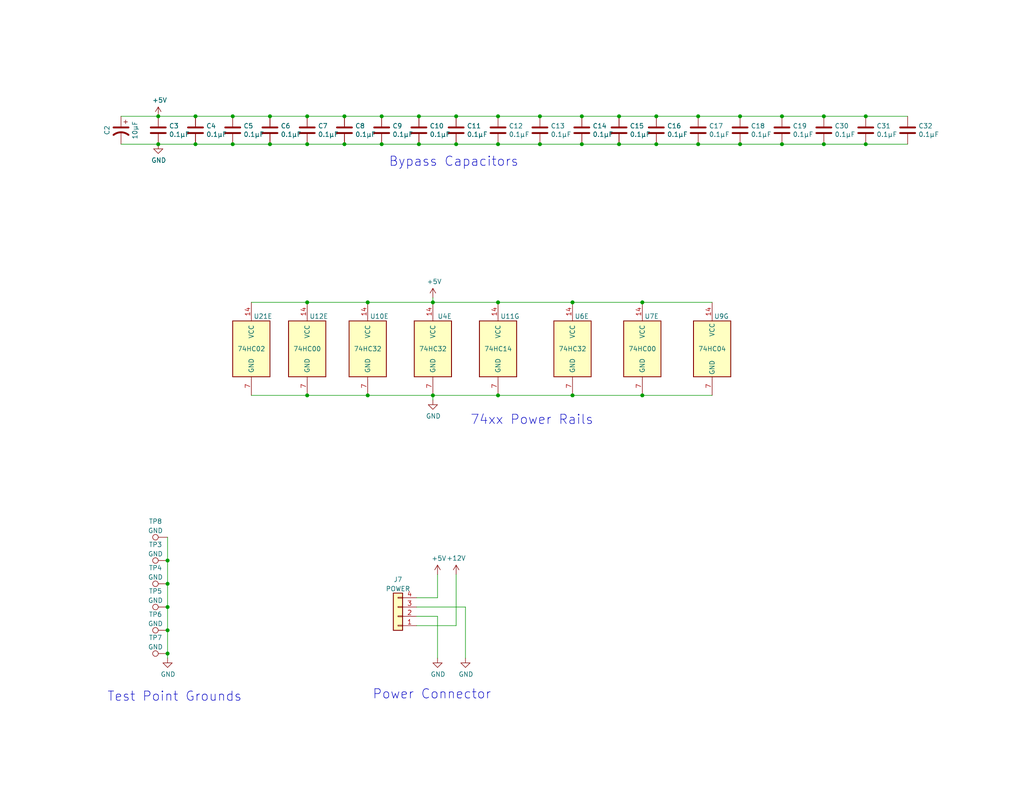
<source format=kicad_sch>
(kicad_sch (version 20230121) (generator eeschema)
  (paper "A")
  (title_block (date "2023-06-06") (rev "C"))
  (lib_symbols
    (symbol "74xx:74HC02" (pin_names (offset 1.016))
      (property "Reference" "U" (at 0 1.27 0))
      (property "Value" "74HC02" (at 0 -1.27 0))
      (symbol "74HC02_1_1"
        (arc (start -3.81 -3.81) (mid -2.589 0) (end -3.81 3.81) (stroke (width 0.254)))
        (arc (start -0.6096 -3.81) (mid 2.1842 -2.5851) (end 3.81 0) (stroke (width 0.254)) (fill (type background)))
        (polyline (pts (xy -3.81 -3.81) (xy -0.635 -3.81)) (stroke (width 0.254)) (fill (type background)))
        (polyline (pts (xy -3.81 3.81) (xy -0.635 3.81)) (stroke (width 0.254)) (fill (type background)))
        (polyline (pts (xy -0.635 3.81) (xy -3.81 3.81) (xy -3.81 3.81) (xy -3.556 3.4036) (xy -3.0226 2.2606) (xy -2.6924 1.0414) (xy -2.6162 -0.254) (xy -2.7686 -1.4986) (xy -3.175 -2.7178) (xy -3.81 -3.81) (xy -3.81 -3.81) (xy -0.635 -3.81)) (stroke (width -25.4)) (fill (type background)))
        (arc (start 3.81 0) (mid 2.1915 2.5936) (end -0.6096 3.81) (stroke (width 0.254)) (fill (type background)))
        (pin output inverted (at 7.62 0 180) (length 3.81) (name "~") (number "1"))
        (pin input line (at -7.62 2.54 0) (length 4.318) (name "~") (number "2"))
        (pin input line (at -7.62 -2.54 0) (length 4.318) (name "~") (number "3"))
      )
      (symbol "74HC02_1_2"
        (arc (start 0 -3.81) (mid 3.7934 0) (end 0 3.81) (stroke (width 0.254)) (fill (type background)))
        (polyline (pts (xy 0 3.81) (xy -3.81 3.81) (xy -3.81 -3.81) (xy 0 -3.81)) (stroke (width 0.254)) (fill (type background)))
        (pin output line (at 7.62 0 180) (length 3.81) (name "~") (number "1"))
        (pin input inverted (at -7.62 2.54 0) (length 3.81) (name "~") (number "2"))
        (pin input inverted (at -7.62 -2.54 0) (length 3.81) (name "~") (number "3"))
      )
      (symbol "74HC02_2_1"
        (arc (start -3.81 -3.81) (mid -2.589 0) (end -3.81 3.81) (stroke (width 0.254)))
        (arc (start -0.6096 -3.81) (mid 2.1842 -2.5851) (end 3.81 0) (stroke (width 0.254)) (fill (type background)))
        (polyline (pts (xy -3.81 -3.81) (xy -0.635 -3.81)) (stroke (width 0.254)) (fill (type background)))
        (polyline (pts (xy -3.81 3.81) (xy -0.635 3.81)) (stroke (width 0.254)) (fill (type background)))
        (polyline (pts (xy -0.635 3.81) (xy -3.81 3.81) (xy -3.81 3.81) (xy -3.556 3.4036) (xy -3.0226 2.2606) (xy -2.6924 1.0414) (xy -2.6162 -0.254) (xy -2.7686 -1.4986) (xy -3.175 -2.7178) (xy -3.81 -3.81) (xy -3.81 -3.81) (xy -0.635 -3.81)) (stroke (width -25.4)) (fill (type background)))
        (arc (start 3.81 0) (mid 2.1915 2.5936) (end -0.6096 3.81) (stroke (width 0.254)) (fill (type background)))
        (pin output inverted (at 7.62 0 180) (length 3.81) (name "~") (number "4"))
        (pin input line (at -7.62 2.54 0) (length 4.318) (name "~") (number "5"))
        (pin input line (at -7.62 -2.54 0) (length 4.318) (name "~") (number "6"))
      )
      (symbol "74HC02_2_2"
        (arc (start 0 -3.81) (mid 3.7934 0) (end 0 3.81) (stroke (width 0.254)) (fill (type background)))
        (polyline (pts (xy 0 3.81) (xy -3.81 3.81) (xy -3.81 -3.81) (xy 0 -3.81)) (stroke (width 0.254)) (fill (type background)))
        (pin output line (at 7.62 0 180) (length 3.81) (name "~") (number "4"))
        (pin input inverted (at -7.62 2.54 0) (length 3.81) (name "~") (number "5"))
        (pin input inverted (at -7.62 -2.54 0) (length 3.81) (name "~") (number "6"))
      )
      (symbol "74HC02_3_1"
        (arc (start -3.81 -3.81) (mid -2.589 0) (end -3.81 3.81) (stroke (width 0.254)))
        (arc (start -0.6096 -3.81) (mid 2.1842 -2.5851) (end 3.81 0) (stroke (width 0.254)) (fill (type background)))
        (polyline (pts (xy -3.81 -3.81) (xy -0.635 -3.81)) (stroke (width 0.254)) (fill (type background)))
        (polyline (pts (xy -3.81 3.81) (xy -0.635 3.81)) (stroke (width 0.254)) (fill (type background)))
        (polyline (pts (xy -0.635 3.81) (xy -3.81 3.81) (xy -3.81 3.81) (xy -3.556 3.4036) (xy -3.0226 2.2606) (xy -2.6924 1.0414) (xy -2.6162 -0.254) (xy -2.7686 -1.4986) (xy -3.175 -2.7178) (xy -3.81 -3.81) (xy -3.81 -3.81) (xy -0.635 -3.81)) (stroke (width -25.4)) (fill (type background)))
        (arc (start 3.81 0) (mid 2.1915 2.5936) (end -0.6096 3.81) (stroke (width 0.254)) (fill (type background)))
        (pin output inverted (at 7.62 0 180) (length 3.81) (name "~") (number "10"))
        (pin input line (at -7.62 2.54 0) (length 4.318) (name "~") (number "8"))
        (pin input line (at -7.62 -2.54 0) (length 4.318) (name "~") (number "9"))
      )
      (symbol "74HC02_3_2"
        (arc (start 0 -3.81) (mid 3.7934 0) (end 0 3.81) (stroke (width 0.254)) (fill (type background)))
        (polyline (pts (xy 0 3.81) (xy -3.81 3.81) (xy -3.81 -3.81) (xy 0 -3.81)) (stroke (width 0.254)) (fill (type background)))
        (pin output line (at 7.62 0 180) (length 3.81) (name "~") (number "10"))
        (pin input inverted (at -7.62 2.54 0) (length 3.81) (name "~") (number "8"))
        (pin input inverted (at -7.62 -2.54 0) (length 3.81) (name "~") (number "9"))
      )
      (symbol "74HC02_4_1"
        (arc (start -3.81 -3.81) (mid -2.589 0) (end -3.81 3.81) (stroke (width 0.254)))
        (arc (start -0.6096 -3.81) (mid 2.1842 -2.5851) (end 3.81 0) (stroke (width 0.254)) (fill (type background)))
        (polyline (pts (xy -3.81 -3.81) (xy -0.635 -3.81)) (stroke (width 0.254)) (fill (type background)))
        (polyline (pts (xy -3.81 3.81) (xy -0.635 3.81)) (stroke (width 0.254)) (fill (type background)))
        (polyline (pts (xy -0.635 3.81) (xy -3.81 3.81) (xy -3.81 3.81) (xy -3.556 3.4036) (xy -3.0226 2.2606) (xy -2.6924 1.0414) (xy -2.6162 -0.254) (xy -2.7686 -1.4986) (xy -3.175 -2.7178) (xy -3.81 -3.81) (xy -3.81 -3.81) (xy -0.635 -3.81)) (stroke (width -25.4)) (fill (type background)))
        (arc (start 3.81 0) (mid 2.1915 2.5936) (end -0.6096 3.81) (stroke (width 0.254)) (fill (type background)))
        (pin input line (at -7.62 2.54 0) (length 4.318) (name "~") (number "11"))
        (pin input line (at -7.62 -2.54 0) (length 4.318) (name "~") (number "12"))
        (pin output inverted (at 7.62 0 180) (length 3.81) (name "~") (number "13"))
      )
      (symbol "74HC02_4_2"
        (arc (start 0 -3.81) (mid 3.7934 0) (end 0 3.81) (stroke (width 0.254)) (fill (type background)))
        (polyline (pts (xy 0 3.81) (xy -3.81 3.81) (xy -3.81 -3.81) (xy 0 -3.81)) (stroke (width 0.254)) (fill (type background)))
        (pin input inverted (at -7.62 2.54 0) (length 3.81) (name "~") (number "11"))
        (pin input inverted (at -7.62 -2.54 0) (length 3.81) (name "~") (number "12"))
        (pin output line (at 7.62 0 180) (length 3.81) (name "~") (number "13"))
      )
      (symbol "74HC02_5_0"
        (pin power_in line (at 0 12.7 270) (length 5.08) (name "VCC") (number "14"))
        (pin power_in line (at 0 -12.7 90) (length 5.08) (name "GND") (number "7"))
      )
      (symbol "74HC02_5_1"
        (rectangle (start -5.08 7.62) (end 5.08 -7.62) (stroke (width 0.254)) (fill (type background)))
      )
    )
    (symbol "74xx:74HC04"
      (property "Reference" "U" (at 0 1.27 0))
      (property "Value" "74HC04" (at 0 -1.27 0))
      (symbol "74HC04_1_0"
        (polyline (pts (xy -3.81 3.81) (xy -3.81 -3.81) (xy 3.81 0) (xy -3.81 3.81)) (stroke (width 0.254)) (fill (type background)))
        (pin input line (at -7.62 0 0) (length 3.81) (name "~") (number "1"))
        (pin output inverted (at 7.62 0 180) (length 3.81) (name "~") (number "2"))
      )
      (symbol "74HC04_2_0"
        (polyline (pts (xy -3.81 3.81) (xy -3.81 -3.81) (xy 3.81 0) (xy -3.81 3.81)) (stroke (width 0.254)) (fill (type background)))
        (pin input line (at -7.62 0 0) (length 3.81) (name "~") (number "3"))
        (pin output inverted (at 7.62 0 180) (length 3.81) (name "~") (number "4"))
      )
      (symbol "74HC04_3_0"
        (polyline (pts (xy -3.81 3.81) (xy -3.81 -3.81) (xy 3.81 0) (xy -3.81 3.81)) (stroke (width 0.254)) (fill (type background)))
        (pin input line (at -7.62 0 0) (length 3.81) (name "~") (number "5"))
        (pin output inverted (at 7.62 0 180) (length 3.81) (name "~") (number "6"))
      )
      (symbol "74HC04_4_0"
        (polyline (pts (xy -3.81 3.81) (xy -3.81 -3.81) (xy 3.81 0) (xy -3.81 3.81)) (stroke (width 0.254)) (fill (type background)))
        (pin output inverted (at 7.62 0 180) (length 3.81) (name "~") (number "8"))
        (pin input line (at -7.62 0 0) (length 3.81) (name "~") (number "9"))
      )
      (symbol "74HC04_5_0"
        (polyline (pts (xy -3.81 3.81) (xy -3.81 -3.81) (xy 3.81 0) (xy -3.81 3.81)) (stroke (width 0.254)) (fill (type background)))
        (pin output inverted (at 7.62 0 180) (length 3.81) (name "~") (number "10"))
        (pin input line (at -7.62 0 0) (length 3.81) (name "~") (number "11"))
      )
      (symbol "74HC04_6_0"
        (polyline (pts (xy -3.81 3.81) (xy -3.81 -3.81) (xy 3.81 0) (xy -3.81 3.81)) (stroke (width 0.254)) (fill (type background)))
        (pin output inverted (at 7.62 0 180) (length 3.81) (name "~") (number "12"))
        (pin input line (at -7.62 0 0) (length 3.81) (name "~") (number "13"))
      )
      (symbol "74HC04_7_0"
        (pin power_in line (at 0 12.7 270) (length 5.08) (name "VCC") (number "14"))
        (pin power_in line (at 0 -12.7 90) (length 5.08) (name "GND") (number "7"))
      )
      (symbol "74HC04_7_1"
        (rectangle (start -5.08 7.62) (end 5.08 -7.62) (stroke (width 0.254)) (fill (type background)))
      )
    )
    (symbol "74xx:74LS00" (pin_names (offset 1.016))
      (property "Reference" "U" (at 0 1.27 0))
      (property "Value" "74LS00" (at 0 -1.27 0))
      (symbol "74LS00_1_1"
        (arc (start 0 -3.81) (mid 3.7934 0) (end 0 3.81) (stroke (width 0.254)) (fill (type background)))
        (polyline (pts (xy 0 3.81) (xy -3.81 3.81) (xy -3.81 -3.81) (xy 0 -3.81)) (stroke (width 0.254)) (fill (type background)))
        (pin input line (at -7.62 2.54 0) (length 3.81) (name "~") (number "1"))
        (pin input line (at -7.62 -2.54 0) (length 3.81) (name "~") (number "2"))
        (pin output inverted (at 7.62 0 180) (length 3.81) (name "~") (number "3"))
      )
      (symbol "74LS00_1_2"
        (arc (start -3.81 -3.81) (mid -2.589 0) (end -3.81 3.81) (stroke (width 0.254)))
        (arc (start -0.6096 -3.81) (mid 2.1842 -2.5851) (end 3.81 0) (stroke (width 0.254)) (fill (type background)))
        (polyline (pts (xy -3.81 -3.81) (xy -0.635 -3.81)) (stroke (width 0.254)) (fill (type background)))
        (polyline (pts (xy -3.81 3.81) (xy -0.635 3.81)) (stroke (width 0.254)) (fill (type background)))
        (polyline (pts (xy -0.635 3.81) (xy -3.81 3.81) (xy -3.81 3.81) (xy -3.556 3.4036) (xy -3.0226 2.2606) (xy -2.6924 1.0414) (xy -2.6162 -0.254) (xy -2.7686 -1.4986) (xy -3.175 -2.7178) (xy -3.81 -3.81) (xy -3.81 -3.81) (xy -0.635 -3.81)) (stroke (width -25.4)) (fill (type background)))
        (arc (start 3.81 0) (mid 2.1915 2.5936) (end -0.6096 3.81) (stroke (width 0.254)) (fill (type background)))
        (pin input inverted (at -7.62 2.54 0) (length 4.318) (name "~") (number "1"))
        (pin input inverted (at -7.62 -2.54 0) (length 4.318) (name "~") (number "2"))
        (pin output line (at 7.62 0 180) (length 3.81) (name "~") (number "3"))
      )
      (symbol "74LS00_2_1"
        (arc (start 0 -3.81) (mid 3.7934 0) (end 0 3.81) (stroke (width 0.254)) (fill (type background)))
        (polyline (pts (xy 0 3.81) (xy -3.81 3.81) (xy -3.81 -3.81) (xy 0 -3.81)) (stroke (width 0.254)) (fill (type background)))
        (pin input line (at -7.62 2.54 0) (length 3.81) (name "~") (number "4"))
        (pin input line (at -7.62 -2.54 0) (length 3.81) (name "~") (number "5"))
        (pin output inverted (at 7.62 0 180) (length 3.81) (name "~") (number "6"))
      )
      (symbol "74LS00_2_2"
        (arc (start -3.81 -3.81) (mid -2.589 0) (end -3.81 3.81) (stroke (width 0.254)))
        (arc (start -0.6096 -3.81) (mid 2.1842 -2.5851) (end 3.81 0) (stroke (width 0.254)) (fill (type background)))
        (polyline (pts (xy -3.81 -3.81) (xy -0.635 -3.81)) (stroke (width 0.254)) (fill (type background)))
        (polyline (pts (xy -3.81 3.81) (xy -0.635 3.81)) (stroke (width 0.254)) (fill (type background)))
        (polyline (pts (xy -0.635 3.81) (xy -3.81 3.81) (xy -3.81 3.81) (xy -3.556 3.4036) (xy -3.0226 2.2606) (xy -2.6924 1.0414) (xy -2.6162 -0.254) (xy -2.7686 -1.4986) (xy -3.175 -2.7178) (xy -3.81 -3.81) (xy -3.81 -3.81) (xy -0.635 -3.81)) (stroke (width -25.4)) (fill (type background)))
        (arc (start 3.81 0) (mid 2.1915 2.5936) (end -0.6096 3.81) (stroke (width 0.254)) (fill (type background)))
        (pin input inverted (at -7.62 2.54 0) (length 4.318) (name "~") (number "4"))
        (pin input inverted (at -7.62 -2.54 0) (length 4.318) (name "~") (number "5"))
        (pin output line (at 7.62 0 180) (length 3.81) (name "~") (number "6"))
      )
      (symbol "74LS00_3_1"
        (arc (start 0 -3.81) (mid 3.7934 0) (end 0 3.81) (stroke (width 0.254)) (fill (type background)))
        (polyline (pts (xy 0 3.81) (xy -3.81 3.81) (xy -3.81 -3.81) (xy 0 -3.81)) (stroke (width 0.254)) (fill (type background)))
        (pin input line (at -7.62 -2.54 0) (length 3.81) (name "~") (number "10"))
        (pin output inverted (at 7.62 0 180) (length 3.81) (name "~") (number "8"))
        (pin input line (at -7.62 2.54 0) (length 3.81) (name "~") (number "9"))
      )
      (symbol "74LS00_3_2"
        (arc (start -3.81 -3.81) (mid -2.589 0) (end -3.81 3.81) (stroke (width 0.254)))
        (arc (start -0.6096 -3.81) (mid 2.1842 -2.5851) (end 3.81 0) (stroke (width 0.254)) (fill (type background)))
        (polyline (pts (xy -3.81 -3.81) (xy -0.635 -3.81)) (stroke (width 0.254)) (fill (type background)))
        (polyline (pts (xy -3.81 3.81) (xy -0.635 3.81)) (stroke (width 0.254)) (fill (type background)))
        (polyline (pts (xy -0.635 3.81) (xy -3.81 3.81) (xy -3.81 3.81) (xy -3.556 3.4036) (xy -3.0226 2.2606) (xy -2.6924 1.0414) (xy -2.6162 -0.254) (xy -2.7686 -1.4986) (xy -3.175 -2.7178) (xy -3.81 -3.81) (xy -3.81 -3.81) (xy -0.635 -3.81)) (stroke (width -25.4)) (fill (type background)))
        (arc (start 3.81 0) (mid 2.1915 2.5936) (end -0.6096 3.81) (stroke (width 0.254)) (fill (type background)))
        (pin input inverted (at -7.62 -2.54 0) (length 4.318) (name "~") (number "10"))
        (pin output line (at 7.62 0 180) (length 3.81) (name "~") (number "8"))
        (pin input inverted (at -7.62 2.54 0) (length 4.318) (name "~") (number "9"))
      )
      (symbol "74LS00_4_1"
        (arc (start 0 -3.81) (mid 3.7934 0) (end 0 3.81) (stroke (width 0.254)) (fill (type background)))
        (polyline (pts (xy 0 3.81) (xy -3.81 3.81) (xy -3.81 -3.81) (xy 0 -3.81)) (stroke (width 0.254)) (fill (type background)))
        (pin output inverted (at 7.62 0 180) (length 3.81) (name "~") (number "11"))
        (pin input line (at -7.62 2.54 0) (length 3.81) (name "~") (number "12"))
        (pin input line (at -7.62 -2.54 0) (length 3.81) (name "~") (number "13"))
      )
      (symbol "74LS00_4_2"
        (arc (start -3.81 -3.81) (mid -2.589 0) (end -3.81 3.81) (stroke (width 0.254)))
        (arc (start -0.6096 -3.81) (mid 2.1842 -2.5851) (end 3.81 0) (stroke (width 0.254)) (fill (type background)))
        (polyline (pts (xy -3.81 -3.81) (xy -0.635 -3.81)) (stroke (width 0.254)) (fill (type background)))
        (polyline (pts (xy -3.81 3.81) (xy -0.635 3.81)) (stroke (width 0.254)) (fill (type background)))
        (polyline (pts (xy -0.635 3.81) (xy -3.81 3.81) (xy -3.81 3.81) (xy -3.556 3.4036) (xy -3.0226 2.2606) (xy -2.6924 1.0414) (xy -2.6162 -0.254) (xy -2.7686 -1.4986) (xy -3.175 -2.7178) (xy -3.81 -3.81) (xy -3.81 -3.81) (xy -0.635 -3.81)) (stroke (width -25.4)) (fill (type background)))
        (arc (start 3.81 0) (mid 2.1915 2.5936) (end -0.6096 3.81) (stroke (width 0.254)) (fill (type background)))
        (pin output line (at 7.62 0 180) (length 3.81) (name "~") (number "11"))
        (pin input inverted (at -7.62 2.54 0) (length 4.318) (name "~") (number "12"))
        (pin input inverted (at -7.62 -2.54 0) (length 4.318) (name "~") (number "13"))
      )
      (symbol "74LS00_5_0"
        (pin power_in line (at 0 12.7 270) (length 5.08) (name "VCC") (number "14"))
        (pin power_in line (at 0 -12.7 90) (length 5.08) (name "GND") (number "7"))
      )
      (symbol "74LS00_5_1"
        (rectangle (start -5.08 7.62) (end 5.08 -7.62) (stroke (width 0.254)) (fill (type background)))
      )
    )
    (symbol "74xx:74LS14" (pin_names (offset 1.016))
      (property "Reference" "U" (at 0 1.27 0))
      (property "Value" "74LS14" (at 0 -1.27 0))
      (symbol "74LS14_1_0"
        (polyline (pts (xy -3.81 3.81) (xy -3.81 -3.81) (xy 3.81 0) (xy -3.81 3.81)) (stroke (width 0.254)) (fill (type background)))
        (pin input line (at -7.62 0 0) (length 3.81) (name "~") (number "1"))
        (pin output inverted (at 7.62 0 180) (length 3.81) (name "~") (number "2"))
      )
      (symbol "74LS14_1_1"
        (polyline (pts (xy -1.905 -1.27) (xy -1.905 1.27) (xy -0.635 1.27)))
        (polyline (pts (xy -2.54 -1.27) (xy -0.635 -1.27) (xy -0.635 1.27) (xy 0 1.27)))
      )
      (symbol "74LS14_2_0"
        (polyline (pts (xy -3.81 3.81) (xy -3.81 -3.81) (xy 3.81 0) (xy -3.81 3.81)) (stroke (width 0.254)) (fill (type background)))
        (pin input line (at -7.62 0 0) (length 3.81) (name "~") (number "3"))
        (pin output inverted (at 7.62 0 180) (length 3.81) (name "~") (number "4"))
      )
      (symbol "74LS14_2_1"
        (polyline (pts (xy -1.905 -1.27) (xy -1.905 1.27) (xy -0.635 1.27)))
        (polyline (pts (xy -2.54 -1.27) (xy -0.635 -1.27) (xy -0.635 1.27) (xy 0 1.27)))
      )
      (symbol "74LS14_3_0"
        (polyline (pts (xy -3.81 3.81) (xy -3.81 -3.81) (xy 3.81 0) (xy -3.81 3.81)) (stroke (width 0.254)) (fill (type background)))
        (pin input line (at -7.62 0 0) (length 3.81) (name "~") (number "5"))
        (pin output inverted (at 7.62 0 180) (length 3.81) (name "~") (number "6"))
      )
      (symbol "74LS14_3_1"
        (polyline (pts (xy -1.905 -1.27) (xy -1.905 1.27) (xy -0.635 1.27)))
        (polyline (pts (xy -2.54 -1.27) (xy -0.635 -1.27) (xy -0.635 1.27) (xy 0 1.27)))
      )
      (symbol "74LS14_4_0"
        (polyline (pts (xy -3.81 3.81) (xy -3.81 -3.81) (xy 3.81 0) (xy -3.81 3.81)) (stroke (width 0.254)) (fill (type background)))
        (pin output inverted (at 7.62 0 180) (length 3.81) (name "~") (number "8"))
        (pin input line (at -7.62 0 0) (length 3.81) (name "~") (number "9"))
      )
      (symbol "74LS14_4_1"
        (polyline (pts (xy -1.905 -1.27) (xy -1.905 1.27) (xy -0.635 1.27)))
        (polyline (pts (xy -2.54 -1.27) (xy -0.635 -1.27) (xy -0.635 1.27) (xy 0 1.27)))
      )
      (symbol "74LS14_5_0"
        (polyline (pts (xy -3.81 3.81) (xy -3.81 -3.81) (xy 3.81 0) (xy -3.81 3.81)) (stroke (width 0.254)) (fill (type background)))
        (pin output inverted (at 7.62 0 180) (length 3.81) (name "~") (number "10"))
        (pin input line (at -7.62 0 0) (length 3.81) (name "~") (number "11"))
      )
      (symbol "74LS14_5_1"
        (polyline (pts (xy -1.905 -1.27) (xy -1.905 1.27) (xy -0.635 1.27)))
        (polyline (pts (xy -2.54 -1.27) (xy -0.635 -1.27) (xy -0.635 1.27) (xy 0 1.27)))
      )
      (symbol "74LS14_6_0"
        (polyline (pts (xy -3.81 3.81) (xy -3.81 -3.81) (xy 3.81 0) (xy -3.81 3.81)) (stroke (width 0.254)) (fill (type background)))
        (pin output inverted (at 7.62 0 180) (length 3.81) (name "~") (number "12"))
        (pin input line (at -7.62 0 0) (length 3.81) (name "~") (number "13"))
      )
      (symbol "74LS14_6_1"
        (polyline (pts (xy -1.905 -1.27) (xy -1.905 1.27) (xy -0.635 1.27)))
        (polyline (pts (xy -2.54 -1.27) (xy -0.635 -1.27) (xy -0.635 1.27) (xy 0 1.27)))
      )
      (symbol "74LS14_7_0"
        (pin power_in line (at 0 12.7 270) (length 5.08) (name "VCC") (number "14"))
        (pin power_in line (at 0 -12.7 90) (length 5.08) (name "GND") (number "7"))
      )
      (symbol "74LS14_7_1"
        (rectangle (start -5.08 7.62) (end 5.08 -7.62) (stroke (width 0.254)) (fill (type background)))
      )
    )
    (symbol "74xx:74LS32" (pin_names (offset 1.016))
      (property "Reference" "U" (at 0 1.27 0))
      (property "Value" "74LS32" (at 0 -1.27 0))
      (symbol "74LS32_1_1"
        (arc (start -3.81 -3.81) (mid -2.589 0) (end -3.81 3.81) (stroke (width 0.254)))
        (arc (start -0.6096 -3.81) (mid 2.1842 -2.5851) (end 3.81 0) (stroke (width 0.254)) (fill (type background)))
        (polyline (pts (xy -3.81 -3.81) (xy -0.635 -3.81)) (stroke (width 0.254)) (fill (type background)))
        (polyline (pts (xy -3.81 3.81) (xy -0.635 3.81)) (stroke (width 0.254)) (fill (type background)))
        (polyline (pts (xy -0.635 3.81) (xy -3.81 3.81) (xy -3.81 3.81) (xy -3.556 3.4036) (xy -3.0226 2.2606) (xy -2.6924 1.0414) (xy -2.6162 -0.254) (xy -2.7686 -1.4986) (xy -3.175 -2.7178) (xy -3.81 -3.81) (xy -3.81 -3.81) (xy -0.635 -3.81)) (stroke (width -25.4)) (fill (type background)))
        (arc (start 3.81 0) (mid 2.1915 2.5936) (end -0.6096 3.81) (stroke (width 0.254)) (fill (type background)))
        (pin input line (at -7.62 2.54 0) (length 4.318) (name "~") (number "1"))
        (pin input line (at -7.62 -2.54 0) (length 4.318) (name "~") (number "2"))
        (pin output line (at 7.62 0 180) (length 3.81) (name "~") (number "3"))
      )
      (symbol "74LS32_1_2"
        (arc (start 0 -3.81) (mid 3.7934 0) (end 0 3.81) (stroke (width 0.254)) (fill (type background)))
        (polyline (pts (xy 0 3.81) (xy -3.81 3.81) (xy -3.81 -3.81) (xy 0 -3.81)) (stroke (width 0.254)) (fill (type background)))
        (pin input inverted (at -7.62 2.54 0) (length 3.81) (name "~") (number "1"))
        (pin input inverted (at -7.62 -2.54 0) (length 3.81) (name "~") (number "2"))
        (pin output inverted (at 7.62 0 180) (length 3.81) (name "~") (number "3"))
      )
      (symbol "74LS32_2_1"
        (arc (start -3.81 -3.81) (mid -2.589 0) (end -3.81 3.81) (stroke (width 0.254)))
        (arc (start -0.6096 -3.81) (mid 2.1842 -2.5851) (end 3.81 0) (stroke (width 0.254)) (fill (type background)))
        (polyline (pts (xy -3.81 -3.81) (xy -0.635 -3.81)) (stroke (width 0.254)) (fill (type background)))
        (polyline (pts (xy -3.81 3.81) (xy -0.635 3.81)) (stroke (width 0.254)) (fill (type background)))
        (polyline (pts (xy -0.635 3.81) (xy -3.81 3.81) (xy -3.81 3.81) (xy -3.556 3.4036) (xy -3.0226 2.2606) (xy -2.6924 1.0414) (xy -2.6162 -0.254) (xy -2.7686 -1.4986) (xy -3.175 -2.7178) (xy -3.81 -3.81) (xy -3.81 -3.81) (xy -0.635 -3.81)) (stroke (width -25.4)) (fill (type background)))
        (arc (start 3.81 0) (mid 2.1915 2.5936) (end -0.6096 3.81) (stroke (width 0.254)) (fill (type background)))
        (pin input line (at -7.62 2.54 0) (length 4.318) (name "~") (number "4"))
        (pin input line (at -7.62 -2.54 0) (length 4.318) (name "~") (number "5"))
        (pin output line (at 7.62 0 180) (length 3.81) (name "~") (number "6"))
      )
      (symbol "74LS32_2_2"
        (arc (start 0 -3.81) (mid 3.7934 0) (end 0 3.81) (stroke (width 0.254)) (fill (type background)))
        (polyline (pts (xy 0 3.81) (xy -3.81 3.81) (xy -3.81 -3.81) (xy 0 -3.81)) (stroke (width 0.254)) (fill (type background)))
        (pin input inverted (at -7.62 2.54 0) (length 3.81) (name "~") (number "4"))
        (pin input inverted (at -7.62 -2.54 0) (length 3.81) (name "~") (number "5"))
        (pin output inverted (at 7.62 0 180) (length 3.81) (name "~") (number "6"))
      )
      (symbol "74LS32_3_1"
        (arc (start -3.81 -3.81) (mid -2.589 0) (end -3.81 3.81) (stroke (width 0.254)))
        (arc (start -0.6096 -3.81) (mid 2.1842 -2.5851) (end 3.81 0) (stroke (width 0.254)) (fill (type background)))
        (polyline (pts (xy -3.81 -3.81) (xy -0.635 -3.81)) (stroke (width 0.254)) (fill (type background)))
        (polyline (pts (xy -3.81 3.81) (xy -0.635 3.81)) (stroke (width 0.254)) (fill (type background)))
        (polyline (pts (xy -0.635 3.81) (xy -3.81 3.81) (xy -3.81 3.81) (xy -3.556 3.4036) (xy -3.0226 2.2606) (xy -2.6924 1.0414) (xy -2.6162 -0.254) (xy -2.7686 -1.4986) (xy -3.175 -2.7178) (xy -3.81 -3.81) (xy -3.81 -3.81) (xy -0.635 -3.81)) (stroke (width -25.4)) (fill (type background)))
        (arc (start 3.81 0) (mid 2.1915 2.5936) (end -0.6096 3.81) (stroke (width 0.254)) (fill (type background)))
        (pin input line (at -7.62 -2.54 0) (length 4.318) (name "~") (number "10"))
        (pin output line (at 7.62 0 180) (length 3.81) (name "~") (number "8"))
        (pin input line (at -7.62 2.54 0) (length 4.318) (name "~") (number "9"))
      )
      (symbol "74LS32_3_2"
        (arc (start 0 -3.81) (mid 3.7934 0) (end 0 3.81) (stroke (width 0.254)) (fill (type background)))
        (polyline (pts (xy 0 3.81) (xy -3.81 3.81) (xy -3.81 -3.81) (xy 0 -3.81)) (stroke (width 0.254)) (fill (type background)))
        (pin input inverted (at -7.62 -2.54 0) (length 3.81) (name "~") (number "10"))
        (pin output inverted (at 7.62 0 180) (length 3.81) (name "~") (number "8"))
        (pin input inverted (at -7.62 2.54 0) (length 3.81) (name "~") (number "9"))
      )
      (symbol "74LS32_4_1"
        (arc (start -3.81 -3.81) (mid -2.589 0) (end -3.81 3.81) (stroke (width 0.254)))
        (arc (start -0.6096 -3.81) (mid 2.1842 -2.5851) (end 3.81 0) (stroke (width 0.254)) (fill (type background)))
        (polyline (pts (xy -3.81 -3.81) (xy -0.635 -3.81)) (stroke (width 0.254)) (fill (type background)))
        (polyline (pts (xy -3.81 3.81) (xy -0.635 3.81)) (stroke (width 0.254)) (fill (type background)))
        (polyline (pts (xy -0.635 3.81) (xy -3.81 3.81) (xy -3.81 3.81) (xy -3.556 3.4036) (xy -3.0226 2.2606) (xy -2.6924 1.0414) (xy -2.6162 -0.254) (xy -2.7686 -1.4986) (xy -3.175 -2.7178) (xy -3.81 -3.81) (xy -3.81 -3.81) (xy -0.635 -3.81)) (stroke (width -25.4)) (fill (type background)))
        (arc (start 3.81 0) (mid 2.1915 2.5936) (end -0.6096 3.81) (stroke (width 0.254)) (fill (type background)))
        (pin output line (at 7.62 0 180) (length 3.81) (name "~") (number "11"))
        (pin input line (at -7.62 2.54 0) (length 4.318) (name "~") (number "12"))
        (pin input line (at -7.62 -2.54 0) (length 4.318) (name "~") (number "13"))
      )
      (symbol "74LS32_4_2"
        (arc (start 0 -3.81) (mid 3.7934 0) (end 0 3.81) (stroke (width 0.254)) (fill (type background)))
        (polyline (pts (xy 0 3.81) (xy -3.81 3.81) (xy -3.81 -3.81) (xy 0 -3.81)) (stroke (width 0.254)) (fill (type background)))
        (pin output inverted (at 7.62 0 180) (length 3.81) (name "~") (number "11"))
        (pin input inverted (at -7.62 2.54 0) (length 3.81) (name "~") (number "12"))
        (pin input inverted (at -7.62 -2.54 0) (length 3.81) (name "~") (number "13"))
      )
      (symbol "74LS32_5_0"
        (pin power_in line (at 0 12.7 270) (length 5.08) (name "VCC") (number "14"))
        (pin power_in line (at 0 -12.7 90) (length 5.08) (name "GND") (number "7"))
      )
      (symbol "74LS32_5_1"
        (rectangle (start -5.08 7.62) (end 5.08 -7.62) (stroke (width 0.254)) (fill (type background)))
      )
    )
    (symbol "Connector:TestPoint" (pin_numbers hide) (pin_names (offset 0.762) hide)
      (property "Reference" "TP" (at 0 6.858 0))
      (property "Value" "TestPoint" (at 0 5.08 0))
      (symbol "TestPoint_0_1"
        (circle (center 0 3.302) (radius 0.762))
      )
      (symbol "TestPoint_1_1"
        (pin passive line (at 0 0 90) (length 2.54) (name "1") (number "1"))
      )
    )
    (symbol "Connector_Generic:Conn_01x04" (pin_names (offset 1.016) hide)
      (property "Reference" "J7" (at 0 10.0498 0))
      (property "Value" "Conn_01x06_Male" (at 0 7.5129 0))
      (symbol "Conn_01x04_1_1"
        (rectangle (start -1.27 -4.953) (end 0 -5.207) (stroke (width 0.1524)))
        (rectangle (start -1.27 -2.413) (end 0 -2.667) (stroke (width 0.1524)))
        (rectangle (start -1.27 0.127) (end 0 -0.127) (stroke (width 0.1524)))
        (rectangle (start -1.27 2.667) (end 0 2.413) (stroke (width 0.1524)))
        (rectangle (start -1.27 3.81) (end 1.27 -6.35) (stroke (width 0.254)) (fill (type background)))
        (pin power_out line (at -5.08 2.54 0) (length 3.81) (name "Pin_1") (number "1"))
        (pin power_out line (at -5.08 0 0) (length 3.81) (name "Pin_2") (number "2"))
        (pin power_out line (at -5.08 -2.54 0) (length 3.81) (name "Pin_3") (number "3"))
        (pin power_out line (at -5.08 -5.08 0) (length 3.81) (name "Pin_4") (number "4"))
      )
    )
    (symbol "Device:C" (pin_numbers hide) (pin_names (offset 0.254))
      (property "Reference" "C" (at 0.635 2.54 0))
      (property "Value" "C" (at 0.635 -2.54 0))
      (symbol "C_0_1"
        (polyline (pts (xy -2.032 -0.762) (xy 2.032 -0.762)) (stroke (width 0.508)))
        (polyline (pts (xy -2.032 0.762) (xy 2.032 0.762)) (stroke (width 0.508)))
      )
      (symbol "C_1_1"
        (pin passive line (at 0 3.81 270) (length 2.794) (name "~") (number "1"))
        (pin passive line (at 0 -3.81 90) (length 2.794) (name "~") (number "2"))
      )
    )
    (symbol "Device:C_Polarized_US" (pin_numbers hide) (pin_names (offset 0.254) hide)
      (property "Reference" "C" (at 0.635 2.54 0))
      (property "Value" "C_Polarized_US" (at 0.635 -2.54 0))
      (symbol "C_Polarized_US_0_1"
        (polyline (pts (xy -2.032 0.762) (xy 2.032 0.762)) (stroke (width 0.508)))
        (polyline (pts (xy -1.778 2.286) (xy -0.762 2.286)))
        (polyline (pts (xy -1.27 1.778) (xy -1.27 2.794)))
        (arc (start 2.032 -1.27) (mid 0 -0.5572) (end -2.032 -1.27) (stroke (width 0.508)))
      )
      (symbol "C_Polarized_US_1_1"
        (pin passive line (at 0 3.81 270) (length 2.794) (name "~") (number "1"))
        (pin passive line (at 0 -3.81 90) (length 3.302) (name "~") (number "2"))
      )
    )
    (symbol "power:+12V" (power) (pin_names (offset 0))
      (property "Value" "+12V" (at 0 3.556 0))
      (symbol "+12V_0_1"
        (polyline (pts (xy -0.762 1.27) (xy 0 2.54)))
        (polyline (pts (xy 0 0) (xy 0 2.54)))
        (polyline (pts (xy 0 2.54) (xy 0.762 1.27)))
      )
      (symbol "+12V_1_1"
        (pin power_in line (at 0 0 90) (length 0) hide (name "+12V") (number "1"))
      )
    )
    (symbol "power:+5V" (power) (pin_names (offset 0))
      (property "Value" "+5V" (at 0 3.556 0))
      (symbol "+5V_0_1"
        (polyline (pts (xy -0.762 1.27) (xy 0 2.54)))
        (polyline (pts (xy 0 0) (xy 0 2.54)))
        (polyline (pts (xy 0 2.54) (xy 0.762 1.27)))
      )
      (symbol "+5V_1_1"
        (pin power_in line (at 0 0 90) (length 0) hide (name "+5V") (number "1"))
      )
    )
    (symbol "power:GND" (power) (pin_names (offset 0))
      (property "Value" "GND" (at 0 -3.81 0))
      (symbol "GND_0_1"
        (polyline (pts (xy 0 0) (xy 0 -1.27) (xy 1.27 -1.27) (xy 0 -2.54) (xy -1.27 -1.27) (xy 0 -1.27)))
      )
      (symbol "GND_1_1"
        (pin power_in line (at 0 0 270) (length 0) hide (name "GND") (number "1"))
      )
    )
  )
  (junction (at 118.11 107.95))
  (junction (at 104.14 39.37))
  (junction (at 156.21 107.95))
  (junction (at 63.5 31.75))
  (junction (at 236.22 31.75))
  (junction (at 45.72 153.035))
  (junction (at 168.91 39.37))
  (junction (at 124.46 31.75))
  (junction (at 118.11 82.55))
  (junction (at 124.46 39.37))
  (junction (at 93.98 39.37))
  (junction (at 175.26 82.55))
  (junction (at 83.82 31.75))
  (junction (at 63.5 39.37))
  (junction (at 114.3 31.75))
  (junction (at 135.89 39.37))
  (junction (at 224.79 31.75))
  (junction (at 93.98 31.75))
  (junction (at 45.72 172.085))
  (junction (at 73.66 31.75))
  (junction (at 83.82 39.37))
  (junction (at 53.34 39.37))
  (junction (at 213.36 31.75))
  (junction (at 179.07 31.75))
  (junction (at 135.89 107.95))
  (junction (at 43.18 39.37))
  (junction (at 114.3 39.37))
  (junction (at 224.79 39.37))
  (junction (at 236.22 39.37))
  (junction (at 104.14 31.75))
  (junction (at 45.72 165.735))
  (junction (at 45.72 178.435))
  (junction (at 43.18 31.75))
  (junction (at 179.07 39.37))
  (junction (at 175.26 107.95))
  (junction (at 158.75 39.37))
  (junction (at 158.75 31.75))
  (junction (at 156.21 82.55))
  (junction (at 100.33 107.95))
  (junction (at 135.89 31.75))
  (junction (at 213.36 39.37))
  (junction (at 201.93 39.37))
  (junction (at 73.66 39.37))
  (junction (at 168.91 31.75))
  (junction (at 147.32 31.75))
  (junction (at 190.5 39.37))
  (junction (at 45.72 159.385))
  (junction (at 100.33 82.55))
  (junction (at 53.34 31.75))
  (junction (at 135.89 82.55))
  (junction (at 190.5 31.75))
  (junction (at 83.82 107.95))
  (junction (at 201.93 31.75))
  (junction (at 147.32 39.37))
  (junction (at 83.82 82.55))
  (wire (pts (xy 68.58 82.55) (xy 83.82 82.55)))
  (wire (pts (xy 104.14 39.37) (xy 93.98 39.37)))
  (wire (pts (xy 124.46 31.75) (xy 135.89 31.75)))
  (wire (pts (xy 179.07 31.75) (xy 190.5 31.75)))
  (wire (pts (xy 113.665 170.815) (xy 124.46 170.815)))
  (wire (pts (xy 156.21 107.95) (xy 175.26 107.95)))
  (wire (pts (xy 68.58 107.95) (xy 83.82 107.95)))
  (wire (pts (xy 45.72 172.085) (xy 45.72 178.435)))
  (wire (pts (xy 100.33 107.95) (xy 118.11 107.95)))
  (wire (pts (xy 236.22 31.75) (xy 247.65 31.75)))
  (wire (pts (xy 119.38 156.845) (xy 119.38 163.195)))
  (wire (pts (xy 175.26 107.95) (xy 194.31 107.95)))
  (wire (pts (xy 45.72 178.435) (xy 45.72 179.705)))
  (wire (pts (xy 113.665 168.275) (xy 119.38 168.275)))
  (wire (pts (xy 168.91 31.75) (xy 158.75 31.75)))
  (wire (pts (xy 45.72 153.035) (xy 45.72 159.385)))
  (wire (pts (xy 53.34 31.75) (xy 43.18 31.75)))
  (wire (pts (xy 118.11 82.55) (xy 135.89 82.55)))
  (wire (pts (xy 118.11 107.95) (xy 118.11 109.22)))
  (wire (pts (xy 83.82 82.55) (xy 100.33 82.55)))
  (wire (pts (xy 118.11 81.28) (xy 118.11 82.55)))
  (wire (pts (xy 33.02 31.75) (xy 43.18 31.75)))
  (wire (pts (xy 114.3 31.75) (xy 104.14 31.75)))
  (wire (pts (xy 156.21 82.55) (xy 175.26 82.55)))
  (wire (pts (xy 100.33 82.55) (xy 118.11 82.55)))
  (wire (pts (xy 213.36 39.37) (xy 224.79 39.37)))
  (wire (pts (xy 213.36 39.37) (xy 201.93 39.37)))
  (wire (pts (xy 158.75 31.75) (xy 147.32 31.75)))
  (wire (pts (xy 224.79 39.37) (xy 236.22 39.37)))
  (wire (pts (xy 118.11 107.95) (xy 135.89 107.95)))
  (wire (pts (xy 124.46 31.75) (xy 114.3 31.75)))
  (wire (pts (xy 63.5 39.37) (xy 73.66 39.37)))
  (wire (pts (xy 83.82 31.75) (xy 73.66 31.75)))
  (wire (pts (xy 158.75 39.37) (xy 147.32 39.37)))
  (wire (pts (xy 53.34 39.37) (xy 63.5 39.37)))
  (wire (pts (xy 147.32 39.37) (xy 135.89 39.37)))
  (wire (pts (xy 124.46 39.37) (xy 114.3 39.37)))
  (wire (pts (xy 213.36 31.75) (xy 224.79 31.75)))
  (wire (pts (xy 179.07 39.37) (xy 168.91 39.37)))
  (wire (pts (xy 201.93 31.75) (xy 190.5 31.75)))
  (wire (pts (xy 45.72 146.685) (xy 45.72 153.035)))
  (wire (pts (xy 104.14 31.75) (xy 93.98 31.75)))
  (wire (pts (xy 201.93 39.37) (xy 190.5 39.37)))
  (wire (pts (xy 124.46 39.37) (xy 135.89 39.37)))
  (wire (pts (xy 119.38 168.275) (xy 119.38 179.705)))
  (wire (pts (xy 63.5 31.75) (xy 53.34 31.75)))
  (wire (pts (xy 73.66 39.37) (xy 83.82 39.37)))
  (wire (pts (xy 236.22 39.37) (xy 247.65 39.37)))
  (wire (pts (xy 114.3 39.37) (xy 104.14 39.37)))
  (wire (pts (xy 179.07 31.75) (xy 168.91 31.75)))
  (wire (pts (xy 127 165.735) (xy 127 179.705)))
  (wire (pts (xy 168.91 39.37) (xy 158.75 39.37)))
  (wire (pts (xy 45.72 165.735) (xy 45.72 172.085)))
  (wire (pts (xy 147.32 31.75) (xy 135.89 31.75)))
  (wire (pts (xy 83.82 39.37) (xy 93.98 39.37)))
  (wire (pts (xy 33.02 39.37) (xy 43.18 39.37)))
  (wire (pts (xy 45.72 159.385) (xy 45.72 165.735)))
  (wire (pts (xy 113.665 163.195) (xy 119.38 163.195)))
  (wire (pts (xy 179.07 39.37) (xy 190.5 39.37)))
  (wire (pts (xy 113.665 165.735) (xy 127 165.735)))
  (wire (pts (xy 135.89 107.95) (xy 156.21 107.95)))
  (wire (pts (xy 124.46 156.845) (xy 124.46 170.815)))
  (wire (pts (xy 135.89 82.55) (xy 156.21 82.55)))
  (wire (pts (xy 213.36 31.75) (xy 201.93 31.75)))
  (wire (pts (xy 43.18 39.37) (xy 53.34 39.37)))
  (wire (pts (xy 175.26 82.55) (xy 194.31 82.55)))
  (wire (pts (xy 83.82 107.95) (xy 100.33 107.95)))
  (wire (pts (xy 73.66 31.75) (xy 63.5 31.75)))
  (wire (pts (xy 93.98 31.75) (xy 83.82 31.75)))
  (wire (pts (xy 224.79 31.75) (xy 236.22 31.75)))
  (text "Power Connector" (at 101.6 191.135 0) (effects (font (size 2.54 2.54)) (justify left bottom)))
  (text "Test Point Grounds" (at 29.21 191.77 0) (effects (font (size 2.54 2.54)) (justify left bottom)))
  (text "74xx Power Rails" (at 128.27 116.205 0) (effects (font (size 2.54 2.54)) (justify left bottom)))
  (text "Bypass Capacitors" (at 106.045 45.72 0) (effects (font (size 2.54 2.54)) (justify left bottom)))
  (symbol (lib_id "Device:C") (at 43.18 35.56 0) (unit 1)
    (property "Reference" "C3" (at 46.101 34.3916 0) (effects (justify left)))
    (property "Value" "0.1µF" (at 46.101 36.703 0) (effects (justify left)))
    (property "Footprint" "Capacitor_THT:C_Disc_D5.0mm_W2.5mm_P2.50mm" (effects hide))
  )
  (symbol (lib_id "Device:C") (at 53.34 35.56 0) (unit 1)
    (property "Reference" "C4" (at 56.261 34.3916 0) (effects (justify left)))
    (property "Value" "0.1µF" (at 56.261 36.703 0) (effects (justify left)))
    (property "Footprint" "Capacitor_THT:C_Disc_D5.0mm_W2.5mm_P2.50mm" (effects hide))
  )
  (symbol (lib_id "Device:C") (at 63.5 35.56 0) (unit 1)
    (property "Reference" "C5" (at 66.421 34.3916 0) (effects (justify left)))
    (property "Value" "0.1µF" (at 66.421 36.703 0) (effects (justify left)))
    (property "Footprint" "Capacitor_THT:C_Disc_D5.0mm_W2.5mm_P2.50mm" (effects hide))
  )
  (symbol (lib_id "Device:C") (at 73.66 35.56 0) (unit 1)
    (property "Reference" "C6" (at 76.581 34.3916 0) (effects (justify left)))
    (property "Value" "0.1µF" (at 76.581 36.703 0) (effects (justify left)))
    (property "Footprint" "Capacitor_THT:C_Disc_D5.0mm_W2.5mm_P2.50mm" (effects hide))
  )
  (symbol (lib_id "Device:C") (at 83.82 35.56 0) (unit 1)
    (property "Reference" "C7" (at 86.741 34.3916 0) (effects (justify left)))
    (property "Value" "0.1µF" (at 86.741 36.703 0) (effects (justify left)))
    (property "Footprint" "Capacitor_THT:C_Disc_D5.0mm_W2.5mm_P2.50mm" (effects hide))
  )
  (symbol (lib_id "Device:C") (at 93.98 35.56 0) (unit 1)
    (property "Reference" "C8" (at 96.901 34.3916 0) (effects (justify left)))
    (property "Value" "0.1µF" (at 96.901 36.703 0) (effects (justify left)))
    (property "Footprint" "Capacitor_THT:C_Disc_D5.0mm_W2.5mm_P2.50mm" (effects hide))
  )
  (symbol (lib_id "power:GND") (at 43.18 39.37 0) (unit 1)
    (property "Reference" "#PWR026" (effects hide))
    (property "Value" "GND" (at 43.307 43.7642 0))
  )
  (symbol (lib_id "power:+5V") (at 43.18 31.75 0) (unit 1)
    (property "Reference" "#PWR025" (effects hide))
    (property "Value" "+5V" (at 43.561 27.3558 0))
  )
  (symbol (lib_id "Device:C") (at 104.14 35.56 0) (unit 1)
    (property "Reference" "C9" (at 107.061 34.3916 0) (effects (justify left)))
    (property "Value" "0.1µF" (at 107.061 36.703 0) (effects (justify left)))
    (property "Footprint" "Capacitor_THT:C_Disc_D5.0mm_W2.5mm_P2.50mm" (effects hide))
  )
  (symbol (lib_id "Device:C_Polarized_US") (at 33.02 35.56 0) (mirror y) (unit 1)
    (property "Reference" "C2" (at 29.21 35.56 90))
    (property "Value" "10µF" (at 36.83 35.56 90))
    (property "Footprint" "Capacitor_THT:CP_Radial_D5.0mm_P2.00mm" (effects hide))
  )
  (symbol (lib_id "Device:C") (at 114.3 35.56 0) (unit 1)
    (property "Reference" "C10" (at 117.221 34.3916 0) (effects (justify left)))
    (property "Value" "0.1µF" (at 117.221 36.703 0) (effects (justify left)))
    (property "Footprint" "Capacitor_THT:C_Disc_D5.0mm_W2.5mm_P2.50mm" (effects hide))
  )
  (symbol (lib_id "Device:C") (at 124.46 35.56 0) (unit 1)
    (property "Reference" "C11" (at 127.381 34.3916 0) (effects (justify left)))
    (property "Value" "0.1µF" (at 127.381 36.703 0) (effects (justify left)))
    (property "Footprint" "Capacitor_THT:C_Disc_D5.0mm_W2.5mm_P2.50mm" (effects hide))
  )
  (symbol (lib_id "Device:C") (at 135.89 35.56 0) (unit 1)
    (property "Reference" "C12" (at 138.811 34.3916 0) (effects (justify left)))
    (property "Value" "0.1µF" (at 138.811 36.703 0) (effects (justify left)))
    (property "Footprint" "Capacitor_THT:C_Disc_D5.0mm_W2.5mm_P2.50mm" (effects hide))
  )
  (symbol (lib_id "Device:C") (at 147.32 35.56 0) (unit 1)
    (property "Reference" "C13" (at 150.241 34.3916 0) (effects (justify left)))
    (property "Value" "0.1µF" (at 150.241 36.703 0) (effects (justify left)))
    (property "Footprint" "Capacitor_THT:C_Disc_D5.0mm_W2.5mm_P2.50mm" (effects hide))
  )
  (symbol (lib_id "Device:C") (at 158.75 35.56 0) (unit 1)
    (property "Reference" "C14" (at 161.671 34.3916 0) (effects (justify left)))
    (property "Value" "0.1µF" (at 161.671 36.703 0) (effects (justify left)))
    (property "Footprint" "Capacitor_THT:C_Disc_D5.0mm_W2.5mm_P2.50mm" (effects hide))
  )
  (symbol (lib_id "74xx:74LS32") (at 118.11 95.25 0) (unit 5)
    (property "Reference" "U4" (at 119.38 86.36 0) (effects (justify left)))
    (property "Value" "74HC32" (at 114.3 95.25 0) (effects (justify left)))
    (property "Footprint" "Package_DIP:DIP-14_W7.62mm_LongPads" (effects hide))
    (property "Datasheet" "http://www.ti.com/lit/gpn/sn74LS32" (effects hide))
  )
  (symbol (lib_id "power:GND") (at 118.11 109.22 0) (unit 1)
    (property "Reference" "#PWR030" (effects hide))
    (property "Value" "GND" (at 118.237 113.6142 0))
  )
  (symbol (lib_id "power:+5V") (at 118.11 81.28 0) (unit 1)
    (property "Reference" "#PWR029" (effects hide))
    (property "Value" "+5V" (at 118.491 76.8858 0))
  )
  (symbol (lib_id "power:GND") (at 45.72 179.705 0) (unit 1)
    (property "Reference" "#PWR024" (effects hide))
    (property "Value" "GND" (at 45.847 184.0992 0))
  )
  (symbol (lib_id "74xx:74LS14") (at 135.89 95.25 0) (unit 7)
    (property "Reference" "U11" (at 136.525 86.36 0) (effects (justify left)))
    (property "Value" "74HC14" (at 132.08 95.25 0) (effects (justify left)))
    (property "Footprint" "Package_DIP:DIP-14_W7.62mm_LongPads" (effects hide))
    (property "Datasheet" "http://www.ti.com/lit/gpn/sn74LS14" (effects hide))
  )
  (symbol (lib_id "Device:C") (at 179.07 35.56 0) (unit 1)
    (property "Reference" "C16" (at 181.991 34.3916 0) (effects (justify left)))
    (property "Value" "0.1µF" (at 181.991 36.703 0) (effects (justify left)))
    (property "Footprint" "Capacitor_THT:C_Disc_D5.0mm_W2.5mm_P2.50mm" (effects hide))
  )
  (symbol (lib_id "Connector:TestPoint") (at 45.72 172.085 90) (unit 1)
    (property "Reference" "TP6" (at 42.418 167.7502 90))
    (property "Value" "GND" (at 42.418 170.2871 90))
    (property "Footprint" "TestPoint:TestPoint_THTPad_2.5x2.5mm_Drill1.2mm" (effects hide))
  )
  (symbol (lib_id "Device:C") (at 168.91 35.56 0) (unit 1)
    (property "Reference" "C15" (at 171.831 34.3916 0) (effects (justify left)))
    (property "Value" "0.1µF" (at 171.831 36.703 0) (effects (justify left)))
    (property "Footprint" "Capacitor_THT:C_Disc_D5.0mm_W2.5mm_P2.50mm" (effects hide))
  )
  (symbol (lib_id "Device:C") (at 213.36 35.56 0) (unit 1)
    (property "Reference" "C19" (at 216.281 34.3916 0) (effects (justify left)))
    (property "Value" "0.1µF" (at 216.281 36.703 0) (effects (justify left)))
    (property "Footprint" "Capacitor_THT:C_Disc_D5.0mm_W2.5mm_P2.50mm" (effects hide))
  )
  (symbol (lib_id "power:GND") (at 119.38 179.705 0) (unit 1)
    (property "Reference" "#PWR0109" (effects hide))
    (property "Value" "GND" (at 119.507 184.0992 0))
  )
  (symbol (lib_id "Connector:TestPoint") (at 45.72 146.685 90) (unit 1)
    (property "Reference" "TP8" (at 42.418 142.3502 90))
    (property "Value" "GND" (at 42.418 144.8871 90))
    (property "Footprint" "TestPoint:TestPoint_THTPad_2.5x2.5mm_Drill1.2mm" (effects hide))
  )
  (symbol (lib_id "Connector:TestPoint") (at 45.72 159.385 90) (unit 1)
    (property "Reference" "TP4" (at 42.418 155.0502 90))
    (property "Value" "GND" (at 42.418 157.5871 90))
    (property "Footprint" "TestPoint:TestPoint_THTPad_2.5x2.5mm_Drill1.2mm" (effects hide))
  )
  (symbol (lib_id "Connector:TestPoint") (at 45.72 165.735 90) (unit 1)
    (property "Reference" "TP5" (at 42.418 161.4002 90))
    (property "Value" "GND" (at 42.418 163.9371 90))
    (property "Footprint" "TestPoint:TestPoint_THTPad_2.5x2.5mm_Drill1.2mm" (effects hide))
  )
  (symbol (lib_id "Device:C") (at 236.22 35.56 0) (unit 1)
    (property "Reference" "C31" (at 239.141 34.3916 0) (effects (justify left)))
    (property "Value" "0.1µF" (at 239.141 36.703 0) (effects (justify left)))
    (property "Footprint" "Capacitor_THT:C_Disc_D5.0mm_W2.5mm_P2.50mm" (effects hide))
  )
  (symbol (lib_id "74xx:74HC04") (at 194.31 95.25 0) (unit 7)
    (property "Reference" "U9" (at 196.85 86.36 0))
    (property "Value" "74HC04" (at 194.31 95.25 0))
    (property "Footprint" "Package_DIP:DIP-14_W7.62mm_LongPads" (effects hide))
    (property "Datasheet" "https://assets.nexperia.com/documents/data-sheet/74HC_HCT04.pdf" (effects hide))
  )
  (symbol (lib_id "power:+5V") (at 119.38 156.845 0) (unit 1)
    (property "Reference" "#PWR020" (effects hide))
    (property "Value" "+5V" (at 119.761 152.4508 0))
  )
  (symbol (lib_id "74xx:74LS00") (at 175.26 95.25 0) (unit 5)
    (property "Reference" "U7" (at 177.8 86.36 0))
    (property "Value" "74HC00" (at 175.26 95.25 0))
    (property "Footprint" "Package_DIP:DIP-14_W7.62mm_LongPads" (effects hide))
    (property "Datasheet" "http://www.ti.com/lit/gpn/sn74ls00" (effects hide))
  )
  (symbol (lib_id "74xx:74LS32") (at 156.21 95.25 0) (unit 5)
    (property "Reference" "U6" (at 158.75 86.36 0))
    (property "Value" "74HC32" (at 156.21 95.25 0))
    (property "Footprint" "Package_DIP:DIP-14_W7.62mm_LongPads" (effects hide))
    (property "Datasheet" "http://www.ti.com/lit/gpn/sn74LS32" (effects hide))
  )
  (symbol (lib_id "Device:C") (at 224.79 35.56 0) (unit 1)
    (property "Reference" "C30" (at 227.711 34.3916 0) (effects (justify left)))
    (property "Value" "0.1µF" (at 227.711 36.703 0) (effects (justify left)))
    (property "Footprint" "Capacitor_THT:C_Disc_D5.0mm_W2.5mm_P2.50mm" (effects hide))
  )
  (symbol (lib_id "Device:C") (at 201.93 35.56 0) (unit 1)
    (property "Reference" "C18" (at 204.851 34.3916 0) (effects (justify left)))
    (property "Value" "0.1µF" (at 204.851 36.703 0) (effects (justify left)))
    (property "Footprint" "Capacitor_THT:C_Disc_D5.0mm_W2.5mm_P2.50mm" (effects hide))
  )
  (symbol (lib_id "Connector:TestPoint") (at 45.72 178.435 90) (unit 1)
    (property "Reference" "TP7" (at 42.418 174.1002 90))
    (property "Value" "GND" (at 42.418 176.6371 90))
    (property "Footprint" "TestPoint:TestPoint_THTPad_2.5x2.5mm_Drill1.2mm" (effects hide))
  )
  (symbol (lib_id "Connector:TestPoint") (at 45.72 153.035 90) (unit 1)
    (property "Reference" "TP3" (at 42.418 148.7002 90))
    (property "Value" "GND" (at 42.418 151.2371 90))
    (property "Footprint" "TestPoint:TestPoint_THTPad_2.5x2.5mm_Drill1.2mm" (effects hide))
  )
  (symbol (lib_id "Connector_Generic:Conn_01x04") (at 108.585 168.275 180) (unit 1)
    (property "Reference" "J7" (at 108.585 158.2252 0))
    (property "Value" "POWER" (at 108.585 160.7621 0))
    (property "Footprint" "Connector_TE-Connectivity:TE_MATE-N-LOK_350211-1_1x04_P5.08mm_Vertical" (effects hide))
  )
  (symbol (lib_id "power:+12V") (at 124.46 156.845 0) (unit 1)
    (property "Reference" "#PWR0113" (effects hide))
    (property "Value" "+12V" (at 124.46 152.4 0))
  )
  (symbol (lib_id "74xx:74LS00") (at 83.82 95.25 0) (unit 5)
    (property "Reference" "U12" (at 86.995 86.36 0))
    (property "Value" "74HC00" (at 83.82 95.25 0))
    (property "Footprint" "Package_DIP:DIP-14_W7.62mm_LongPads" (effects hide))
    (property "Datasheet" "http://www.ti.com/lit/gpn/sn74ls00" (effects hide))
  )
  (symbol (lib_id "74xx:74HC02") (at 68.58 95.25 0) (unit 5)
    (property "Reference" "U21" (at 71.755 86.36 0))
    (property "Value" "74HC02" (at 68.58 95.25 0))
    (property "Footprint" "Package_DIP:DIP-14_W7.62mm_LongPads" (effects hide))
    (property "Datasheet" "http://www.ti.com/lit/gpn/sn74hc02" (effects hide))
  )
  (symbol (lib_id "power:GND") (at 127 179.705 0) (unit 1)
    (property "Reference" "#PWR021" (effects hide))
    (property "Value" "GND" (at 127.127 184.0992 0))
  )
  (symbol (lib_id "Device:C") (at 190.5 35.56 0) (unit 1)
    (property "Reference" "C17" (at 193.421 34.3916 0) (effects (justify left)))
    (property "Value" "0.1µF" (at 193.421 36.703 0) (effects (justify left)))
    (property "Footprint" "Capacitor_THT:C_Disc_D5.0mm_W2.5mm_P2.50mm" (effects hide))
  )
  (symbol (lib_id "Device:C") (at 247.65 35.56 0) (unit 1)
    (property "Reference" "C32" (at 250.571 34.3916 0) (effects (justify left)))
    (property "Value" "0.1µF" (at 250.571 36.703 0) (effects (justify left)))
    (property "Footprint" "Capacitor_THT:C_Disc_D5.0mm_W2.5mm_P2.50mm" (effects hide))
  )
  (symbol (lib_id "74xx:74LS32") (at 100.33 95.25 0) (unit 5)
    (property "Reference" "U10" (at 103.505 86.36 0))
    (property "Value" "74HC32" (at 100.33 95.25 0))
    (property "Footprint" "Package_DIP:DIP-14_W7.62mm_LongPads" (effects hide))
    (property "Datasheet" "http://www.ti.com/lit/gpn/sn74LS32" (effects hide))
  )
)
</source>
